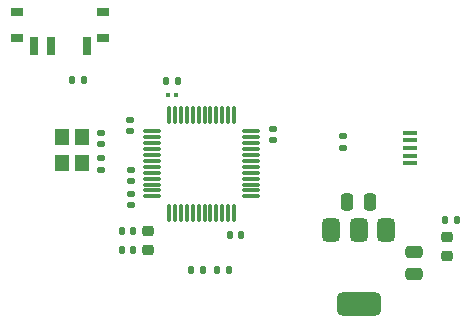
<source format=gbr>
%TF.GenerationSoftware,KiCad,Pcbnew,8.0.6*%
%TF.CreationDate,2024-12-16T15:44:52-05:00*%
%TF.ProjectId,stm32,73746d33-322e-46b6-9963-61645f706362,rev?*%
%TF.SameCoordinates,Original*%
%TF.FileFunction,Paste,Top*%
%TF.FilePolarity,Positive*%
%FSLAX46Y46*%
G04 Gerber Fmt 4.6, Leading zero omitted, Abs format (unit mm)*
G04 Created by KiCad (PCBNEW 8.0.6) date 2024-12-16 15:44:52*
%MOMM*%
%LPD*%
G01*
G04 APERTURE LIST*
G04 Aperture macros list*
%AMRoundRect*
0 Rectangle with rounded corners*
0 $1 Rounding radius*
0 $2 $3 $4 $5 $6 $7 $8 $9 X,Y pos of 4 corners*
0 Add a 4 corners polygon primitive as box body*
4,1,4,$2,$3,$4,$5,$6,$7,$8,$9,$2,$3,0*
0 Add four circle primitives for the rounded corners*
1,1,$1+$1,$2,$3*
1,1,$1+$1,$4,$5*
1,1,$1+$1,$6,$7*
1,1,$1+$1,$8,$9*
0 Add four rect primitives between the rounded corners*
20,1,$1+$1,$2,$3,$4,$5,0*
20,1,$1+$1,$4,$5,$6,$7,0*
20,1,$1+$1,$6,$7,$8,$9,0*
20,1,$1+$1,$8,$9,$2,$3,0*%
G04 Aperture macros list end*
%ADD10RoundRect,0.079500X-0.079500X-0.100500X0.079500X-0.100500X0.079500X0.100500X-0.079500X0.100500X0*%
%ADD11RoundRect,0.140000X0.170000X-0.140000X0.170000X0.140000X-0.170000X0.140000X-0.170000X-0.140000X0*%
%ADD12RoundRect,0.135000X-0.135000X-0.185000X0.135000X-0.185000X0.135000X0.185000X-0.135000X0.185000X0*%
%ADD13R,1.200000X1.400000*%
%ADD14R,1.000000X0.800000*%
%ADD15R,0.700000X1.500000*%
%ADD16RoundRect,0.075000X-0.662500X-0.075000X0.662500X-0.075000X0.662500X0.075000X-0.662500X0.075000X0*%
%ADD17RoundRect,0.075000X-0.075000X-0.662500X0.075000X-0.662500X0.075000X0.662500X-0.075000X0.662500X0*%
%ADD18R,1.300000X0.450000*%
%ADD19RoundRect,0.250000X-0.250000X-0.475000X0.250000X-0.475000X0.250000X0.475000X-0.250000X0.475000X0*%
%ADD20RoundRect,0.140000X0.140000X0.170000X-0.140000X0.170000X-0.140000X-0.170000X0.140000X-0.170000X0*%
%ADD21RoundRect,0.140000X-0.170000X0.140000X-0.170000X-0.140000X0.170000X-0.140000X0.170000X0.140000X0*%
%ADD22RoundRect,0.135000X0.135000X0.185000X-0.135000X0.185000X-0.135000X-0.185000X0.135000X-0.185000X0*%
%ADD23RoundRect,0.250000X0.475000X-0.250000X0.475000X0.250000X-0.475000X0.250000X-0.475000X-0.250000X0*%
%ADD24RoundRect,0.218750X0.256250X-0.218750X0.256250X0.218750X-0.256250X0.218750X-0.256250X-0.218750X0*%
%ADD25RoundRect,0.375000X-0.375000X0.625000X-0.375000X-0.625000X0.375000X-0.625000X0.375000X0.625000X0*%
%ADD26RoundRect,0.500000X-1.400000X0.500000X-1.400000X-0.500000X1.400000X-0.500000X1.400000X0.500000X0*%
%ADD27RoundRect,0.135000X-0.185000X0.135000X-0.185000X-0.135000X0.185000X-0.135000X0.185000X0.135000X0*%
%ADD28RoundRect,0.218750X-0.256250X0.218750X-0.256250X-0.218750X0.256250X-0.218750X0.256250X0.218750X0*%
%ADD29RoundRect,0.140000X-0.140000X-0.170000X0.140000X-0.170000X0.140000X0.170000X-0.140000X0.170000X0*%
G04 APERTURE END LIST*
D10*
%TO.C,C5*%
X143655000Y-99677482D03*
X144345000Y-99677482D03*
%TD*%
D11*
%TO.C,C11*%
X138000000Y-105980000D03*
X138000000Y-105020000D03*
%TD*%
D12*
%TO.C,R1*%
X135490000Y-98400000D03*
X136510000Y-98400000D03*
%TD*%
D13*
%TO.C,Y1*%
X134650000Y-103224104D03*
X134650000Y-105424104D03*
X136350000Y-105424104D03*
X136350000Y-103224104D03*
%TD*%
D14*
%TO.C,SW1*%
X138179126Y-94856375D03*
X138179126Y-92646375D03*
X130879126Y-94856375D03*
X130879126Y-92646375D03*
D15*
X136779126Y-95506375D03*
X133779126Y-95506375D03*
X132279126Y-95506375D03*
%TD*%
D16*
%TO.C,U1*%
X142337500Y-102750000D03*
X142337500Y-103250000D03*
X142337500Y-103750000D03*
X142337500Y-104250000D03*
X142337500Y-104750000D03*
X142337500Y-105250000D03*
X142337500Y-105750000D03*
X142337500Y-106250000D03*
X142337500Y-106750000D03*
X142337500Y-107250000D03*
X142337500Y-107750000D03*
X142337500Y-108250000D03*
D17*
X143750000Y-109662500D03*
X144250000Y-109662500D03*
X144750000Y-109662500D03*
X145250000Y-109662500D03*
X145750000Y-109662500D03*
X146250000Y-109662500D03*
X146750000Y-109662500D03*
X147250000Y-109662500D03*
X147750000Y-109662500D03*
X148250000Y-109662500D03*
X148750000Y-109662500D03*
X149250000Y-109662500D03*
D16*
X150662500Y-108250000D03*
X150662500Y-107750000D03*
X150662500Y-107250000D03*
X150662500Y-106750000D03*
X150662500Y-106250000D03*
X150662500Y-105750000D03*
X150662500Y-105250000D03*
X150662500Y-104750000D03*
X150662500Y-104250000D03*
X150662500Y-103750000D03*
X150662500Y-103250000D03*
X150662500Y-102750000D03*
D17*
X149250000Y-101337500D03*
X148750000Y-101337500D03*
X148250000Y-101337500D03*
X147750000Y-101337500D03*
X147250000Y-101337500D03*
X146750000Y-101337500D03*
X146250000Y-101337500D03*
X145750000Y-101337500D03*
X145250000Y-101337500D03*
X144750000Y-101337500D03*
X144250000Y-101337500D03*
X143750000Y-101337500D03*
%TD*%
D11*
%TO.C,C4*%
X140457034Y-102738562D03*
X140457034Y-101778562D03*
%TD*%
%TO.C,C6*%
X140500000Y-106980000D03*
X140500000Y-106020000D03*
%TD*%
D18*
%TO.C,J1*%
X164100000Y-105458629D03*
X164100000Y-104808629D03*
X164100000Y-104158629D03*
X164100000Y-103508629D03*
X164100000Y-102858629D03*
%TD*%
D19*
%TO.C,C13*%
X158835910Y-108749348D03*
X160735910Y-108749348D03*
%TD*%
D20*
%TO.C,C1*%
X149837734Y-111505022D03*
X148877734Y-111505022D03*
%TD*%
D21*
%TO.C,C3*%
X152522960Y-102520000D03*
X152522960Y-103480000D03*
%TD*%
D22*
%TO.C,R4*%
X146617044Y-114500000D03*
X145597044Y-114500000D03*
%TD*%
D21*
%TO.C,C9*%
X140500000Y-108980000D03*
X140500000Y-108020000D03*
%TD*%
D23*
%TO.C,C12*%
X164500000Y-114850000D03*
X164500000Y-112950000D03*
%TD*%
D22*
%TO.C,R3*%
X168099356Y-110207051D03*
X167079356Y-110207051D03*
%TD*%
D24*
%TO.C,FB1*%
X142000000Y-112787500D03*
X142000000Y-111212500D03*
%TD*%
D25*
%TO.C,U2*%
X162085910Y-111099348D03*
X159785910Y-111099348D03*
D26*
X159785910Y-117399348D03*
D25*
X157485910Y-111099348D03*
%TD*%
D27*
%TO.C,R2*%
X158507519Y-103099117D03*
X158507519Y-104119117D03*
%TD*%
D12*
%TO.C,R5*%
X147810000Y-114500000D03*
X148830000Y-114500000D03*
%TD*%
D28*
%TO.C,D1*%
X167310923Y-111712500D03*
X167310923Y-113287500D03*
%TD*%
D20*
%TO.C,C8*%
X140684344Y-112780833D03*
X139724344Y-112780833D03*
%TD*%
D11*
%TO.C,C10*%
X138000000Y-103804104D03*
X138000000Y-102844104D03*
%TD*%
D20*
%TO.C,C7*%
X140676039Y-111211575D03*
X139716039Y-111211575D03*
%TD*%
D29*
%TO.C,C2*%
X144480000Y-98500000D03*
X143520000Y-98500000D03*
%TD*%
M02*

</source>
